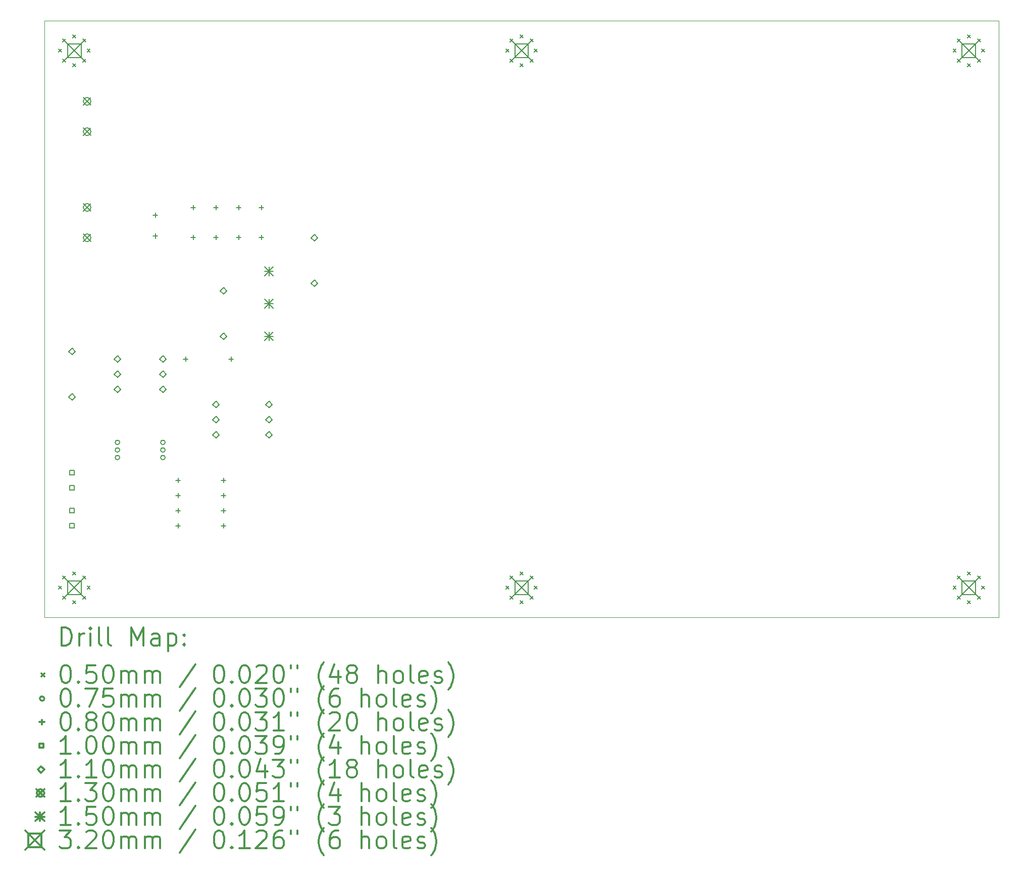
<source format=gbr>
%FSLAX45Y45*%
G04 Gerber Fmt 4.5, Leading zero omitted, Abs format (unit mm)*
G04 Created by KiCad (PCBNEW (5.1.2)-1) date 2020-04-13 00:25:02*
%MOMM*%
%LPD*%
G04 APERTURE LIST*
%ADD10C,0.050000*%
%ADD11C,0.200000*%
%ADD12C,0.300000*%
G04 APERTURE END LIST*
D10*
X5000000Y-5000000D02*
X21000000Y-5000000D01*
X21000000Y-5000000D02*
X21000000Y-15000000D01*
X5000000Y-15000000D02*
X21000000Y-15000000D01*
X5000000Y-5000000D02*
X5000000Y-15000000D01*
D11*
X20235000Y-14475000D02*
X20285000Y-14525000D01*
X20285000Y-14475000D02*
X20235000Y-14525000D01*
X20305294Y-14305294D02*
X20355294Y-14355294D01*
X20355294Y-14305294D02*
X20305294Y-14355294D01*
X20305294Y-14644706D02*
X20355294Y-14694706D01*
X20355294Y-14644706D02*
X20305294Y-14694706D01*
X20475000Y-14235000D02*
X20525000Y-14285000D01*
X20525000Y-14235000D02*
X20475000Y-14285000D01*
X20475000Y-14715000D02*
X20525000Y-14765000D01*
X20525000Y-14715000D02*
X20475000Y-14765000D01*
X20644706Y-14305294D02*
X20694706Y-14355294D01*
X20694706Y-14305294D02*
X20644706Y-14355294D01*
X20644706Y-14644706D02*
X20694706Y-14694706D01*
X20694706Y-14644706D02*
X20644706Y-14694706D01*
X20715000Y-14475000D02*
X20765000Y-14525000D01*
X20765000Y-14475000D02*
X20715000Y-14525000D01*
X12735000Y-14475000D02*
X12785000Y-14525000D01*
X12785000Y-14475000D02*
X12735000Y-14525000D01*
X12805294Y-14305294D02*
X12855294Y-14355294D01*
X12855294Y-14305294D02*
X12805294Y-14355294D01*
X12805294Y-14644706D02*
X12855294Y-14694706D01*
X12855294Y-14644706D02*
X12805294Y-14694706D01*
X12975000Y-14235000D02*
X13025000Y-14285000D01*
X13025000Y-14235000D02*
X12975000Y-14285000D01*
X12975000Y-14715000D02*
X13025000Y-14765000D01*
X13025000Y-14715000D02*
X12975000Y-14765000D01*
X13144706Y-14305294D02*
X13194706Y-14355294D01*
X13194706Y-14305294D02*
X13144706Y-14355294D01*
X13144706Y-14644706D02*
X13194706Y-14694706D01*
X13194706Y-14644706D02*
X13144706Y-14694706D01*
X13215000Y-14475000D02*
X13265000Y-14525000D01*
X13265000Y-14475000D02*
X13215000Y-14525000D01*
X12735000Y-5475000D02*
X12785000Y-5525000D01*
X12785000Y-5475000D02*
X12735000Y-5525000D01*
X12805294Y-5305294D02*
X12855294Y-5355294D01*
X12855294Y-5305294D02*
X12805294Y-5355294D01*
X12805294Y-5644706D02*
X12855294Y-5694706D01*
X12855294Y-5644706D02*
X12805294Y-5694706D01*
X12975000Y-5235000D02*
X13025000Y-5285000D01*
X13025000Y-5235000D02*
X12975000Y-5285000D01*
X12975000Y-5715000D02*
X13025000Y-5765000D01*
X13025000Y-5715000D02*
X12975000Y-5765000D01*
X13144706Y-5305294D02*
X13194706Y-5355294D01*
X13194706Y-5305294D02*
X13144706Y-5355294D01*
X13144706Y-5644706D02*
X13194706Y-5694706D01*
X13194706Y-5644706D02*
X13144706Y-5694706D01*
X13215000Y-5475000D02*
X13265000Y-5525000D01*
X13265000Y-5475000D02*
X13215000Y-5525000D01*
X20235000Y-5475000D02*
X20285000Y-5525000D01*
X20285000Y-5475000D02*
X20235000Y-5525000D01*
X20305294Y-5305294D02*
X20355294Y-5355294D01*
X20355294Y-5305294D02*
X20305294Y-5355294D01*
X20305294Y-5644706D02*
X20355294Y-5694706D01*
X20355294Y-5644706D02*
X20305294Y-5694706D01*
X20475000Y-5235000D02*
X20525000Y-5285000D01*
X20525000Y-5235000D02*
X20475000Y-5285000D01*
X20475000Y-5715000D02*
X20525000Y-5765000D01*
X20525000Y-5715000D02*
X20475000Y-5765000D01*
X20644706Y-5305294D02*
X20694706Y-5355294D01*
X20694706Y-5305294D02*
X20644706Y-5355294D01*
X20644706Y-5644706D02*
X20694706Y-5694706D01*
X20694706Y-5644706D02*
X20644706Y-5694706D01*
X20715000Y-5475000D02*
X20765000Y-5525000D01*
X20765000Y-5475000D02*
X20715000Y-5525000D01*
X5235000Y-14475000D02*
X5285000Y-14525000D01*
X5285000Y-14475000D02*
X5235000Y-14525000D01*
X5305294Y-14305294D02*
X5355294Y-14355294D01*
X5355294Y-14305294D02*
X5305294Y-14355294D01*
X5305294Y-14644706D02*
X5355294Y-14694706D01*
X5355294Y-14644706D02*
X5305294Y-14694706D01*
X5475000Y-14235000D02*
X5525000Y-14285000D01*
X5525000Y-14235000D02*
X5475000Y-14285000D01*
X5475000Y-14715000D02*
X5525000Y-14765000D01*
X5525000Y-14715000D02*
X5475000Y-14765000D01*
X5644706Y-14305294D02*
X5694706Y-14355294D01*
X5694706Y-14305294D02*
X5644706Y-14355294D01*
X5644706Y-14644706D02*
X5694706Y-14694706D01*
X5694706Y-14644706D02*
X5644706Y-14694706D01*
X5715000Y-14475000D02*
X5765000Y-14525000D01*
X5765000Y-14475000D02*
X5715000Y-14525000D01*
X5235000Y-5475000D02*
X5285000Y-5525000D01*
X5285000Y-5475000D02*
X5235000Y-5525000D01*
X5305294Y-5305294D02*
X5355294Y-5355294D01*
X5355294Y-5305294D02*
X5305294Y-5355294D01*
X5305294Y-5644706D02*
X5355294Y-5694706D01*
X5355294Y-5644706D02*
X5305294Y-5694706D01*
X5475000Y-5235000D02*
X5525000Y-5285000D01*
X5525000Y-5235000D02*
X5475000Y-5285000D01*
X5475000Y-5715000D02*
X5525000Y-5765000D01*
X5525000Y-5715000D02*
X5475000Y-5765000D01*
X5644706Y-5305294D02*
X5694706Y-5355294D01*
X5694706Y-5305294D02*
X5644706Y-5355294D01*
X5644706Y-5644706D02*
X5694706Y-5694706D01*
X5694706Y-5644706D02*
X5644706Y-5694706D01*
X5715000Y-5475000D02*
X5765000Y-5525000D01*
X5765000Y-5475000D02*
X5715000Y-5525000D01*
X6260500Y-12065000D02*
G75*
G03X6260500Y-12065000I-37500J0D01*
G01*
X6260500Y-12192000D02*
G75*
G03X6260500Y-12192000I-37500J0D01*
G01*
X6260500Y-12319000D02*
G75*
G03X6260500Y-12319000I-37500J0D01*
G01*
X7022500Y-12065000D02*
G75*
G03X7022500Y-12065000I-37500J0D01*
G01*
X7022500Y-12192000D02*
G75*
G03X7022500Y-12192000I-37500J0D01*
G01*
X7022500Y-12319000D02*
G75*
G03X7022500Y-12319000I-37500J0D01*
G01*
X8255000Y-8088000D02*
X8255000Y-8168000D01*
X8215000Y-8128000D02*
X8295000Y-8128000D01*
X8255000Y-8588000D02*
X8255000Y-8668000D01*
X8215000Y-8628000D02*
X8295000Y-8628000D01*
X7366000Y-10628000D02*
X7366000Y-10708000D01*
X7326000Y-10668000D02*
X7406000Y-10668000D01*
X8128000Y-10628000D02*
X8128000Y-10708000D01*
X8088000Y-10668000D02*
X8168000Y-10668000D01*
X8636000Y-8088000D02*
X8636000Y-8168000D01*
X8596000Y-8128000D02*
X8676000Y-8128000D01*
X8636000Y-8588000D02*
X8636000Y-8668000D01*
X8596000Y-8628000D02*
X8676000Y-8628000D01*
X7874000Y-8088000D02*
X7874000Y-8168000D01*
X7834000Y-8128000D02*
X7914000Y-8128000D01*
X7874000Y-8588000D02*
X7874000Y-8668000D01*
X7834000Y-8628000D02*
X7914000Y-8628000D01*
X7239000Y-12660000D02*
X7239000Y-12740000D01*
X7199000Y-12700000D02*
X7279000Y-12700000D01*
X7239000Y-12914000D02*
X7239000Y-12994000D01*
X7199000Y-12954000D02*
X7279000Y-12954000D01*
X7239000Y-13168000D02*
X7239000Y-13248000D01*
X7199000Y-13208000D02*
X7279000Y-13208000D01*
X7239000Y-13422000D02*
X7239000Y-13502000D01*
X7199000Y-13462000D02*
X7279000Y-13462000D01*
X8001000Y-12660000D02*
X8001000Y-12740000D01*
X7961000Y-12700000D02*
X8041000Y-12700000D01*
X8001000Y-12914000D02*
X8001000Y-12994000D01*
X7961000Y-12954000D02*
X8041000Y-12954000D01*
X8001000Y-13168000D02*
X8001000Y-13248000D01*
X7961000Y-13208000D02*
X8041000Y-13208000D01*
X8001000Y-13422000D02*
X8001000Y-13502000D01*
X7961000Y-13462000D02*
X8041000Y-13462000D01*
X6858000Y-8215000D02*
X6858000Y-8295000D01*
X6818000Y-8255000D02*
X6898000Y-8255000D01*
X6858000Y-8565000D02*
X6858000Y-8645000D01*
X6818000Y-8605000D02*
X6898000Y-8605000D01*
X7493000Y-8088000D02*
X7493000Y-8168000D01*
X7453000Y-8128000D02*
X7533000Y-8128000D01*
X7493000Y-8588000D02*
X7493000Y-8668000D01*
X7453000Y-8628000D02*
X7533000Y-8628000D01*
X5496356Y-13243356D02*
X5496356Y-13172644D01*
X5425644Y-13172644D01*
X5425644Y-13243356D01*
X5496356Y-13243356D01*
X5496356Y-13497356D02*
X5496356Y-13426644D01*
X5425644Y-13426644D01*
X5425644Y-13497356D01*
X5496356Y-13497356D01*
X5496356Y-12608356D02*
X5496356Y-12537644D01*
X5425644Y-12537644D01*
X5425644Y-12608356D01*
X5496356Y-12608356D01*
X5496356Y-12862356D02*
X5496356Y-12791644D01*
X5425644Y-12791644D01*
X5425644Y-12862356D01*
X5496356Y-12862356D01*
X9525000Y-8691000D02*
X9580000Y-8636000D01*
X9525000Y-8581000D01*
X9470000Y-8636000D01*
X9525000Y-8691000D01*
X9525000Y-9453000D02*
X9580000Y-9398000D01*
X9525000Y-9343000D01*
X9470000Y-9398000D01*
X9525000Y-9453000D01*
X8001000Y-9580000D02*
X8056000Y-9525000D01*
X8001000Y-9470000D01*
X7946000Y-9525000D01*
X8001000Y-9580000D01*
X8001000Y-10342000D02*
X8056000Y-10287000D01*
X8001000Y-10232000D01*
X7946000Y-10287000D01*
X8001000Y-10342000D01*
X6223000Y-10723000D02*
X6278000Y-10668000D01*
X6223000Y-10613000D01*
X6168000Y-10668000D01*
X6223000Y-10723000D01*
X6223000Y-10977000D02*
X6278000Y-10922000D01*
X6223000Y-10867000D01*
X6168000Y-10922000D01*
X6223000Y-10977000D01*
X6223000Y-11231000D02*
X6278000Y-11176000D01*
X6223000Y-11121000D01*
X6168000Y-11176000D01*
X6223000Y-11231000D01*
X5461000Y-10596000D02*
X5516000Y-10541000D01*
X5461000Y-10486000D01*
X5406000Y-10541000D01*
X5461000Y-10596000D01*
X5461000Y-11358000D02*
X5516000Y-11303000D01*
X5461000Y-11248000D01*
X5406000Y-11303000D01*
X5461000Y-11358000D01*
X6985000Y-10723000D02*
X7040000Y-10668000D01*
X6985000Y-10613000D01*
X6930000Y-10668000D01*
X6985000Y-10723000D01*
X6985000Y-10977000D02*
X7040000Y-10922000D01*
X6985000Y-10867000D01*
X6930000Y-10922000D01*
X6985000Y-10977000D01*
X6985000Y-11231000D02*
X7040000Y-11176000D01*
X6985000Y-11121000D01*
X6930000Y-11176000D01*
X6985000Y-11231000D01*
X8763000Y-11485000D02*
X8818000Y-11430000D01*
X8763000Y-11375000D01*
X8708000Y-11430000D01*
X8763000Y-11485000D01*
X8763000Y-11739000D02*
X8818000Y-11684000D01*
X8763000Y-11629000D01*
X8708000Y-11684000D01*
X8763000Y-11739000D01*
X8763000Y-11993000D02*
X8818000Y-11938000D01*
X8763000Y-11883000D01*
X8708000Y-11938000D01*
X8763000Y-11993000D01*
X7874000Y-11485000D02*
X7929000Y-11430000D01*
X7874000Y-11375000D01*
X7819000Y-11430000D01*
X7874000Y-11485000D01*
X7874000Y-11739000D02*
X7929000Y-11684000D01*
X7874000Y-11629000D01*
X7819000Y-11684000D01*
X7874000Y-11739000D01*
X7874000Y-11993000D02*
X7929000Y-11938000D01*
X7874000Y-11883000D01*
X7819000Y-11938000D01*
X7874000Y-11993000D01*
X5650000Y-8063000D02*
X5780000Y-8193000D01*
X5780000Y-8063000D02*
X5650000Y-8193000D01*
X5780000Y-8128000D02*
G75*
G03X5780000Y-8128000I-65000J0D01*
G01*
X5650000Y-8571000D02*
X5780000Y-8701000D01*
X5780000Y-8571000D02*
X5650000Y-8701000D01*
X5780000Y-8636000D02*
G75*
G03X5780000Y-8636000I-65000J0D01*
G01*
X5650000Y-6285000D02*
X5780000Y-6415000D01*
X5780000Y-6285000D02*
X5650000Y-6415000D01*
X5780000Y-6350000D02*
G75*
G03X5780000Y-6350000I-65000J0D01*
G01*
X5650000Y-6793000D02*
X5780000Y-6923000D01*
X5780000Y-6793000D02*
X5650000Y-6923000D01*
X5780000Y-6858000D02*
G75*
G03X5780000Y-6858000I-65000J0D01*
G01*
X8688000Y-9122000D02*
X8838000Y-9272000D01*
X8838000Y-9122000D02*
X8688000Y-9272000D01*
X8763000Y-9122000D02*
X8763000Y-9272000D01*
X8688000Y-9197000D02*
X8838000Y-9197000D01*
X8688000Y-9667000D02*
X8838000Y-9817000D01*
X8838000Y-9667000D02*
X8688000Y-9817000D01*
X8763000Y-9667000D02*
X8763000Y-9817000D01*
X8688000Y-9742000D02*
X8838000Y-9742000D01*
X8688000Y-10212000D02*
X8838000Y-10362000D01*
X8838000Y-10212000D02*
X8688000Y-10362000D01*
X8763000Y-10212000D02*
X8763000Y-10362000D01*
X8688000Y-10287000D02*
X8838000Y-10287000D01*
X12840000Y-5340000D02*
X13160000Y-5660000D01*
X13160000Y-5340000D02*
X12840000Y-5660000D01*
X13113138Y-5613138D02*
X13113138Y-5386862D01*
X12886862Y-5386862D01*
X12886862Y-5613138D01*
X13113138Y-5613138D01*
X20340000Y-5340000D02*
X20660000Y-5660000D01*
X20660000Y-5340000D02*
X20340000Y-5660000D01*
X20613138Y-5613138D02*
X20613138Y-5386862D01*
X20386862Y-5386862D01*
X20386862Y-5613138D01*
X20613138Y-5613138D01*
X5340000Y-14340000D02*
X5660000Y-14660000D01*
X5660000Y-14340000D02*
X5340000Y-14660000D01*
X5613138Y-14613138D02*
X5613138Y-14386862D01*
X5386862Y-14386862D01*
X5386862Y-14613138D01*
X5613138Y-14613138D01*
X5340000Y-5340000D02*
X5660000Y-5660000D01*
X5660000Y-5340000D02*
X5340000Y-5660000D01*
X5613138Y-5613138D02*
X5613138Y-5386862D01*
X5386862Y-5386862D01*
X5386862Y-5613138D01*
X5613138Y-5613138D01*
X20340000Y-14340000D02*
X20660000Y-14660000D01*
X20660000Y-14340000D02*
X20340000Y-14660000D01*
X20613138Y-14613138D02*
X20613138Y-14386862D01*
X20386862Y-14386862D01*
X20386862Y-14613138D01*
X20613138Y-14613138D01*
X12840000Y-14340000D02*
X13160000Y-14660000D01*
X13160000Y-14340000D02*
X12840000Y-14660000D01*
X13113138Y-14613138D02*
X13113138Y-14386862D01*
X12886862Y-14386862D01*
X12886862Y-14613138D01*
X13113138Y-14613138D01*
D12*
X5283928Y-15468214D02*
X5283928Y-15168214D01*
X5355357Y-15168214D01*
X5398214Y-15182500D01*
X5426786Y-15211071D01*
X5441071Y-15239643D01*
X5455357Y-15296786D01*
X5455357Y-15339643D01*
X5441071Y-15396786D01*
X5426786Y-15425357D01*
X5398214Y-15453929D01*
X5355357Y-15468214D01*
X5283928Y-15468214D01*
X5583928Y-15468214D02*
X5583928Y-15268214D01*
X5583928Y-15325357D02*
X5598214Y-15296786D01*
X5612500Y-15282500D01*
X5641071Y-15268214D01*
X5669643Y-15268214D01*
X5769643Y-15468214D02*
X5769643Y-15268214D01*
X5769643Y-15168214D02*
X5755357Y-15182500D01*
X5769643Y-15196786D01*
X5783928Y-15182500D01*
X5769643Y-15168214D01*
X5769643Y-15196786D01*
X5955357Y-15468214D02*
X5926786Y-15453929D01*
X5912500Y-15425357D01*
X5912500Y-15168214D01*
X6112500Y-15468214D02*
X6083928Y-15453929D01*
X6069643Y-15425357D01*
X6069643Y-15168214D01*
X6455357Y-15468214D02*
X6455357Y-15168214D01*
X6555357Y-15382500D01*
X6655357Y-15168214D01*
X6655357Y-15468214D01*
X6926786Y-15468214D02*
X6926786Y-15311071D01*
X6912500Y-15282500D01*
X6883928Y-15268214D01*
X6826786Y-15268214D01*
X6798214Y-15282500D01*
X6926786Y-15453929D02*
X6898214Y-15468214D01*
X6826786Y-15468214D01*
X6798214Y-15453929D01*
X6783928Y-15425357D01*
X6783928Y-15396786D01*
X6798214Y-15368214D01*
X6826786Y-15353929D01*
X6898214Y-15353929D01*
X6926786Y-15339643D01*
X7069643Y-15268214D02*
X7069643Y-15568214D01*
X7069643Y-15282500D02*
X7098214Y-15268214D01*
X7155357Y-15268214D01*
X7183928Y-15282500D01*
X7198214Y-15296786D01*
X7212500Y-15325357D01*
X7212500Y-15411071D01*
X7198214Y-15439643D01*
X7183928Y-15453929D01*
X7155357Y-15468214D01*
X7098214Y-15468214D01*
X7069643Y-15453929D01*
X7341071Y-15439643D02*
X7355357Y-15453929D01*
X7341071Y-15468214D01*
X7326786Y-15453929D01*
X7341071Y-15439643D01*
X7341071Y-15468214D01*
X7341071Y-15282500D02*
X7355357Y-15296786D01*
X7341071Y-15311071D01*
X7326786Y-15296786D01*
X7341071Y-15282500D01*
X7341071Y-15311071D01*
X4947500Y-15937500D02*
X4997500Y-15987500D01*
X4997500Y-15937500D02*
X4947500Y-15987500D01*
X5341071Y-15798214D02*
X5369643Y-15798214D01*
X5398214Y-15812500D01*
X5412500Y-15826786D01*
X5426786Y-15855357D01*
X5441071Y-15912500D01*
X5441071Y-15983929D01*
X5426786Y-16041071D01*
X5412500Y-16069643D01*
X5398214Y-16083929D01*
X5369643Y-16098214D01*
X5341071Y-16098214D01*
X5312500Y-16083929D01*
X5298214Y-16069643D01*
X5283928Y-16041071D01*
X5269643Y-15983929D01*
X5269643Y-15912500D01*
X5283928Y-15855357D01*
X5298214Y-15826786D01*
X5312500Y-15812500D01*
X5341071Y-15798214D01*
X5569643Y-16069643D02*
X5583928Y-16083929D01*
X5569643Y-16098214D01*
X5555357Y-16083929D01*
X5569643Y-16069643D01*
X5569643Y-16098214D01*
X5855357Y-15798214D02*
X5712500Y-15798214D01*
X5698214Y-15941071D01*
X5712500Y-15926786D01*
X5741071Y-15912500D01*
X5812500Y-15912500D01*
X5841071Y-15926786D01*
X5855357Y-15941071D01*
X5869643Y-15969643D01*
X5869643Y-16041071D01*
X5855357Y-16069643D01*
X5841071Y-16083929D01*
X5812500Y-16098214D01*
X5741071Y-16098214D01*
X5712500Y-16083929D01*
X5698214Y-16069643D01*
X6055357Y-15798214D02*
X6083928Y-15798214D01*
X6112500Y-15812500D01*
X6126786Y-15826786D01*
X6141071Y-15855357D01*
X6155357Y-15912500D01*
X6155357Y-15983929D01*
X6141071Y-16041071D01*
X6126786Y-16069643D01*
X6112500Y-16083929D01*
X6083928Y-16098214D01*
X6055357Y-16098214D01*
X6026786Y-16083929D01*
X6012500Y-16069643D01*
X5998214Y-16041071D01*
X5983928Y-15983929D01*
X5983928Y-15912500D01*
X5998214Y-15855357D01*
X6012500Y-15826786D01*
X6026786Y-15812500D01*
X6055357Y-15798214D01*
X6283928Y-16098214D02*
X6283928Y-15898214D01*
X6283928Y-15926786D02*
X6298214Y-15912500D01*
X6326786Y-15898214D01*
X6369643Y-15898214D01*
X6398214Y-15912500D01*
X6412500Y-15941071D01*
X6412500Y-16098214D01*
X6412500Y-15941071D02*
X6426786Y-15912500D01*
X6455357Y-15898214D01*
X6498214Y-15898214D01*
X6526786Y-15912500D01*
X6541071Y-15941071D01*
X6541071Y-16098214D01*
X6683928Y-16098214D02*
X6683928Y-15898214D01*
X6683928Y-15926786D02*
X6698214Y-15912500D01*
X6726786Y-15898214D01*
X6769643Y-15898214D01*
X6798214Y-15912500D01*
X6812500Y-15941071D01*
X6812500Y-16098214D01*
X6812500Y-15941071D02*
X6826786Y-15912500D01*
X6855357Y-15898214D01*
X6898214Y-15898214D01*
X6926786Y-15912500D01*
X6941071Y-15941071D01*
X6941071Y-16098214D01*
X7526786Y-15783929D02*
X7269643Y-16169643D01*
X7912500Y-15798214D02*
X7941071Y-15798214D01*
X7969643Y-15812500D01*
X7983928Y-15826786D01*
X7998214Y-15855357D01*
X8012500Y-15912500D01*
X8012500Y-15983929D01*
X7998214Y-16041071D01*
X7983928Y-16069643D01*
X7969643Y-16083929D01*
X7941071Y-16098214D01*
X7912500Y-16098214D01*
X7883928Y-16083929D01*
X7869643Y-16069643D01*
X7855357Y-16041071D01*
X7841071Y-15983929D01*
X7841071Y-15912500D01*
X7855357Y-15855357D01*
X7869643Y-15826786D01*
X7883928Y-15812500D01*
X7912500Y-15798214D01*
X8141071Y-16069643D02*
X8155357Y-16083929D01*
X8141071Y-16098214D01*
X8126786Y-16083929D01*
X8141071Y-16069643D01*
X8141071Y-16098214D01*
X8341071Y-15798214D02*
X8369643Y-15798214D01*
X8398214Y-15812500D01*
X8412500Y-15826786D01*
X8426786Y-15855357D01*
X8441071Y-15912500D01*
X8441071Y-15983929D01*
X8426786Y-16041071D01*
X8412500Y-16069643D01*
X8398214Y-16083929D01*
X8369643Y-16098214D01*
X8341071Y-16098214D01*
X8312500Y-16083929D01*
X8298214Y-16069643D01*
X8283928Y-16041071D01*
X8269643Y-15983929D01*
X8269643Y-15912500D01*
X8283928Y-15855357D01*
X8298214Y-15826786D01*
X8312500Y-15812500D01*
X8341071Y-15798214D01*
X8555357Y-15826786D02*
X8569643Y-15812500D01*
X8598214Y-15798214D01*
X8669643Y-15798214D01*
X8698214Y-15812500D01*
X8712500Y-15826786D01*
X8726786Y-15855357D01*
X8726786Y-15883929D01*
X8712500Y-15926786D01*
X8541071Y-16098214D01*
X8726786Y-16098214D01*
X8912500Y-15798214D02*
X8941071Y-15798214D01*
X8969643Y-15812500D01*
X8983928Y-15826786D01*
X8998214Y-15855357D01*
X9012500Y-15912500D01*
X9012500Y-15983929D01*
X8998214Y-16041071D01*
X8983928Y-16069643D01*
X8969643Y-16083929D01*
X8941071Y-16098214D01*
X8912500Y-16098214D01*
X8883928Y-16083929D01*
X8869643Y-16069643D01*
X8855357Y-16041071D01*
X8841071Y-15983929D01*
X8841071Y-15912500D01*
X8855357Y-15855357D01*
X8869643Y-15826786D01*
X8883928Y-15812500D01*
X8912500Y-15798214D01*
X9126786Y-15798214D02*
X9126786Y-15855357D01*
X9241071Y-15798214D02*
X9241071Y-15855357D01*
X9683928Y-16212500D02*
X9669643Y-16198214D01*
X9641071Y-16155357D01*
X9626786Y-16126786D01*
X9612500Y-16083929D01*
X9598214Y-16012500D01*
X9598214Y-15955357D01*
X9612500Y-15883929D01*
X9626786Y-15841071D01*
X9641071Y-15812500D01*
X9669643Y-15769643D01*
X9683928Y-15755357D01*
X9926786Y-15898214D02*
X9926786Y-16098214D01*
X9855357Y-15783929D02*
X9783928Y-15998214D01*
X9969643Y-15998214D01*
X10126786Y-15926786D02*
X10098214Y-15912500D01*
X10083928Y-15898214D01*
X10069643Y-15869643D01*
X10069643Y-15855357D01*
X10083928Y-15826786D01*
X10098214Y-15812500D01*
X10126786Y-15798214D01*
X10183928Y-15798214D01*
X10212500Y-15812500D01*
X10226786Y-15826786D01*
X10241071Y-15855357D01*
X10241071Y-15869643D01*
X10226786Y-15898214D01*
X10212500Y-15912500D01*
X10183928Y-15926786D01*
X10126786Y-15926786D01*
X10098214Y-15941071D01*
X10083928Y-15955357D01*
X10069643Y-15983929D01*
X10069643Y-16041071D01*
X10083928Y-16069643D01*
X10098214Y-16083929D01*
X10126786Y-16098214D01*
X10183928Y-16098214D01*
X10212500Y-16083929D01*
X10226786Y-16069643D01*
X10241071Y-16041071D01*
X10241071Y-15983929D01*
X10226786Y-15955357D01*
X10212500Y-15941071D01*
X10183928Y-15926786D01*
X10598214Y-16098214D02*
X10598214Y-15798214D01*
X10726786Y-16098214D02*
X10726786Y-15941071D01*
X10712500Y-15912500D01*
X10683928Y-15898214D01*
X10641071Y-15898214D01*
X10612500Y-15912500D01*
X10598214Y-15926786D01*
X10912500Y-16098214D02*
X10883928Y-16083929D01*
X10869643Y-16069643D01*
X10855357Y-16041071D01*
X10855357Y-15955357D01*
X10869643Y-15926786D01*
X10883928Y-15912500D01*
X10912500Y-15898214D01*
X10955357Y-15898214D01*
X10983928Y-15912500D01*
X10998214Y-15926786D01*
X11012500Y-15955357D01*
X11012500Y-16041071D01*
X10998214Y-16069643D01*
X10983928Y-16083929D01*
X10955357Y-16098214D01*
X10912500Y-16098214D01*
X11183928Y-16098214D02*
X11155357Y-16083929D01*
X11141071Y-16055357D01*
X11141071Y-15798214D01*
X11412500Y-16083929D02*
X11383928Y-16098214D01*
X11326786Y-16098214D01*
X11298214Y-16083929D01*
X11283928Y-16055357D01*
X11283928Y-15941071D01*
X11298214Y-15912500D01*
X11326786Y-15898214D01*
X11383928Y-15898214D01*
X11412500Y-15912500D01*
X11426786Y-15941071D01*
X11426786Y-15969643D01*
X11283928Y-15998214D01*
X11541071Y-16083929D02*
X11569643Y-16098214D01*
X11626786Y-16098214D01*
X11655357Y-16083929D01*
X11669643Y-16055357D01*
X11669643Y-16041071D01*
X11655357Y-16012500D01*
X11626786Y-15998214D01*
X11583928Y-15998214D01*
X11555357Y-15983929D01*
X11541071Y-15955357D01*
X11541071Y-15941071D01*
X11555357Y-15912500D01*
X11583928Y-15898214D01*
X11626786Y-15898214D01*
X11655357Y-15912500D01*
X11769643Y-16212500D02*
X11783928Y-16198214D01*
X11812500Y-16155357D01*
X11826786Y-16126786D01*
X11841071Y-16083929D01*
X11855357Y-16012500D01*
X11855357Y-15955357D01*
X11841071Y-15883929D01*
X11826786Y-15841071D01*
X11812500Y-15812500D01*
X11783928Y-15769643D01*
X11769643Y-15755357D01*
X4997500Y-16358500D02*
G75*
G03X4997500Y-16358500I-37500J0D01*
G01*
X5341071Y-16194214D02*
X5369643Y-16194214D01*
X5398214Y-16208500D01*
X5412500Y-16222786D01*
X5426786Y-16251357D01*
X5441071Y-16308500D01*
X5441071Y-16379929D01*
X5426786Y-16437071D01*
X5412500Y-16465643D01*
X5398214Y-16479929D01*
X5369643Y-16494214D01*
X5341071Y-16494214D01*
X5312500Y-16479929D01*
X5298214Y-16465643D01*
X5283928Y-16437071D01*
X5269643Y-16379929D01*
X5269643Y-16308500D01*
X5283928Y-16251357D01*
X5298214Y-16222786D01*
X5312500Y-16208500D01*
X5341071Y-16194214D01*
X5569643Y-16465643D02*
X5583928Y-16479929D01*
X5569643Y-16494214D01*
X5555357Y-16479929D01*
X5569643Y-16465643D01*
X5569643Y-16494214D01*
X5683928Y-16194214D02*
X5883928Y-16194214D01*
X5755357Y-16494214D01*
X6141071Y-16194214D02*
X5998214Y-16194214D01*
X5983928Y-16337071D01*
X5998214Y-16322786D01*
X6026786Y-16308500D01*
X6098214Y-16308500D01*
X6126786Y-16322786D01*
X6141071Y-16337071D01*
X6155357Y-16365643D01*
X6155357Y-16437071D01*
X6141071Y-16465643D01*
X6126786Y-16479929D01*
X6098214Y-16494214D01*
X6026786Y-16494214D01*
X5998214Y-16479929D01*
X5983928Y-16465643D01*
X6283928Y-16494214D02*
X6283928Y-16294214D01*
X6283928Y-16322786D02*
X6298214Y-16308500D01*
X6326786Y-16294214D01*
X6369643Y-16294214D01*
X6398214Y-16308500D01*
X6412500Y-16337071D01*
X6412500Y-16494214D01*
X6412500Y-16337071D02*
X6426786Y-16308500D01*
X6455357Y-16294214D01*
X6498214Y-16294214D01*
X6526786Y-16308500D01*
X6541071Y-16337071D01*
X6541071Y-16494214D01*
X6683928Y-16494214D02*
X6683928Y-16294214D01*
X6683928Y-16322786D02*
X6698214Y-16308500D01*
X6726786Y-16294214D01*
X6769643Y-16294214D01*
X6798214Y-16308500D01*
X6812500Y-16337071D01*
X6812500Y-16494214D01*
X6812500Y-16337071D02*
X6826786Y-16308500D01*
X6855357Y-16294214D01*
X6898214Y-16294214D01*
X6926786Y-16308500D01*
X6941071Y-16337071D01*
X6941071Y-16494214D01*
X7526786Y-16179929D02*
X7269643Y-16565643D01*
X7912500Y-16194214D02*
X7941071Y-16194214D01*
X7969643Y-16208500D01*
X7983928Y-16222786D01*
X7998214Y-16251357D01*
X8012500Y-16308500D01*
X8012500Y-16379929D01*
X7998214Y-16437071D01*
X7983928Y-16465643D01*
X7969643Y-16479929D01*
X7941071Y-16494214D01*
X7912500Y-16494214D01*
X7883928Y-16479929D01*
X7869643Y-16465643D01*
X7855357Y-16437071D01*
X7841071Y-16379929D01*
X7841071Y-16308500D01*
X7855357Y-16251357D01*
X7869643Y-16222786D01*
X7883928Y-16208500D01*
X7912500Y-16194214D01*
X8141071Y-16465643D02*
X8155357Y-16479929D01*
X8141071Y-16494214D01*
X8126786Y-16479929D01*
X8141071Y-16465643D01*
X8141071Y-16494214D01*
X8341071Y-16194214D02*
X8369643Y-16194214D01*
X8398214Y-16208500D01*
X8412500Y-16222786D01*
X8426786Y-16251357D01*
X8441071Y-16308500D01*
X8441071Y-16379929D01*
X8426786Y-16437071D01*
X8412500Y-16465643D01*
X8398214Y-16479929D01*
X8369643Y-16494214D01*
X8341071Y-16494214D01*
X8312500Y-16479929D01*
X8298214Y-16465643D01*
X8283928Y-16437071D01*
X8269643Y-16379929D01*
X8269643Y-16308500D01*
X8283928Y-16251357D01*
X8298214Y-16222786D01*
X8312500Y-16208500D01*
X8341071Y-16194214D01*
X8541071Y-16194214D02*
X8726786Y-16194214D01*
X8626786Y-16308500D01*
X8669643Y-16308500D01*
X8698214Y-16322786D01*
X8712500Y-16337071D01*
X8726786Y-16365643D01*
X8726786Y-16437071D01*
X8712500Y-16465643D01*
X8698214Y-16479929D01*
X8669643Y-16494214D01*
X8583928Y-16494214D01*
X8555357Y-16479929D01*
X8541071Y-16465643D01*
X8912500Y-16194214D02*
X8941071Y-16194214D01*
X8969643Y-16208500D01*
X8983928Y-16222786D01*
X8998214Y-16251357D01*
X9012500Y-16308500D01*
X9012500Y-16379929D01*
X8998214Y-16437071D01*
X8983928Y-16465643D01*
X8969643Y-16479929D01*
X8941071Y-16494214D01*
X8912500Y-16494214D01*
X8883928Y-16479929D01*
X8869643Y-16465643D01*
X8855357Y-16437071D01*
X8841071Y-16379929D01*
X8841071Y-16308500D01*
X8855357Y-16251357D01*
X8869643Y-16222786D01*
X8883928Y-16208500D01*
X8912500Y-16194214D01*
X9126786Y-16194214D02*
X9126786Y-16251357D01*
X9241071Y-16194214D02*
X9241071Y-16251357D01*
X9683928Y-16608500D02*
X9669643Y-16594214D01*
X9641071Y-16551357D01*
X9626786Y-16522786D01*
X9612500Y-16479929D01*
X9598214Y-16408500D01*
X9598214Y-16351357D01*
X9612500Y-16279929D01*
X9626786Y-16237071D01*
X9641071Y-16208500D01*
X9669643Y-16165643D01*
X9683928Y-16151357D01*
X9926786Y-16194214D02*
X9869643Y-16194214D01*
X9841071Y-16208500D01*
X9826786Y-16222786D01*
X9798214Y-16265643D01*
X9783928Y-16322786D01*
X9783928Y-16437071D01*
X9798214Y-16465643D01*
X9812500Y-16479929D01*
X9841071Y-16494214D01*
X9898214Y-16494214D01*
X9926786Y-16479929D01*
X9941071Y-16465643D01*
X9955357Y-16437071D01*
X9955357Y-16365643D01*
X9941071Y-16337071D01*
X9926786Y-16322786D01*
X9898214Y-16308500D01*
X9841071Y-16308500D01*
X9812500Y-16322786D01*
X9798214Y-16337071D01*
X9783928Y-16365643D01*
X10312500Y-16494214D02*
X10312500Y-16194214D01*
X10441071Y-16494214D02*
X10441071Y-16337071D01*
X10426786Y-16308500D01*
X10398214Y-16294214D01*
X10355357Y-16294214D01*
X10326786Y-16308500D01*
X10312500Y-16322786D01*
X10626786Y-16494214D02*
X10598214Y-16479929D01*
X10583928Y-16465643D01*
X10569643Y-16437071D01*
X10569643Y-16351357D01*
X10583928Y-16322786D01*
X10598214Y-16308500D01*
X10626786Y-16294214D01*
X10669643Y-16294214D01*
X10698214Y-16308500D01*
X10712500Y-16322786D01*
X10726786Y-16351357D01*
X10726786Y-16437071D01*
X10712500Y-16465643D01*
X10698214Y-16479929D01*
X10669643Y-16494214D01*
X10626786Y-16494214D01*
X10898214Y-16494214D02*
X10869643Y-16479929D01*
X10855357Y-16451357D01*
X10855357Y-16194214D01*
X11126786Y-16479929D02*
X11098214Y-16494214D01*
X11041071Y-16494214D01*
X11012500Y-16479929D01*
X10998214Y-16451357D01*
X10998214Y-16337071D01*
X11012500Y-16308500D01*
X11041071Y-16294214D01*
X11098214Y-16294214D01*
X11126786Y-16308500D01*
X11141071Y-16337071D01*
X11141071Y-16365643D01*
X10998214Y-16394214D01*
X11255357Y-16479929D02*
X11283928Y-16494214D01*
X11341071Y-16494214D01*
X11369643Y-16479929D01*
X11383928Y-16451357D01*
X11383928Y-16437071D01*
X11369643Y-16408500D01*
X11341071Y-16394214D01*
X11298214Y-16394214D01*
X11269643Y-16379929D01*
X11255357Y-16351357D01*
X11255357Y-16337071D01*
X11269643Y-16308500D01*
X11298214Y-16294214D01*
X11341071Y-16294214D01*
X11369643Y-16308500D01*
X11483928Y-16608500D02*
X11498214Y-16594214D01*
X11526786Y-16551357D01*
X11541071Y-16522786D01*
X11555357Y-16479929D01*
X11569643Y-16408500D01*
X11569643Y-16351357D01*
X11555357Y-16279929D01*
X11541071Y-16237071D01*
X11526786Y-16208500D01*
X11498214Y-16165643D01*
X11483928Y-16151357D01*
X4957500Y-16714500D02*
X4957500Y-16794500D01*
X4917500Y-16754500D02*
X4997500Y-16754500D01*
X5341071Y-16590214D02*
X5369643Y-16590214D01*
X5398214Y-16604500D01*
X5412500Y-16618786D01*
X5426786Y-16647357D01*
X5441071Y-16704500D01*
X5441071Y-16775929D01*
X5426786Y-16833072D01*
X5412500Y-16861643D01*
X5398214Y-16875929D01*
X5369643Y-16890214D01*
X5341071Y-16890214D01*
X5312500Y-16875929D01*
X5298214Y-16861643D01*
X5283928Y-16833072D01*
X5269643Y-16775929D01*
X5269643Y-16704500D01*
X5283928Y-16647357D01*
X5298214Y-16618786D01*
X5312500Y-16604500D01*
X5341071Y-16590214D01*
X5569643Y-16861643D02*
X5583928Y-16875929D01*
X5569643Y-16890214D01*
X5555357Y-16875929D01*
X5569643Y-16861643D01*
X5569643Y-16890214D01*
X5755357Y-16718786D02*
X5726786Y-16704500D01*
X5712500Y-16690214D01*
X5698214Y-16661643D01*
X5698214Y-16647357D01*
X5712500Y-16618786D01*
X5726786Y-16604500D01*
X5755357Y-16590214D01*
X5812500Y-16590214D01*
X5841071Y-16604500D01*
X5855357Y-16618786D01*
X5869643Y-16647357D01*
X5869643Y-16661643D01*
X5855357Y-16690214D01*
X5841071Y-16704500D01*
X5812500Y-16718786D01*
X5755357Y-16718786D01*
X5726786Y-16733071D01*
X5712500Y-16747357D01*
X5698214Y-16775929D01*
X5698214Y-16833072D01*
X5712500Y-16861643D01*
X5726786Y-16875929D01*
X5755357Y-16890214D01*
X5812500Y-16890214D01*
X5841071Y-16875929D01*
X5855357Y-16861643D01*
X5869643Y-16833072D01*
X5869643Y-16775929D01*
X5855357Y-16747357D01*
X5841071Y-16733071D01*
X5812500Y-16718786D01*
X6055357Y-16590214D02*
X6083928Y-16590214D01*
X6112500Y-16604500D01*
X6126786Y-16618786D01*
X6141071Y-16647357D01*
X6155357Y-16704500D01*
X6155357Y-16775929D01*
X6141071Y-16833072D01*
X6126786Y-16861643D01*
X6112500Y-16875929D01*
X6083928Y-16890214D01*
X6055357Y-16890214D01*
X6026786Y-16875929D01*
X6012500Y-16861643D01*
X5998214Y-16833072D01*
X5983928Y-16775929D01*
X5983928Y-16704500D01*
X5998214Y-16647357D01*
X6012500Y-16618786D01*
X6026786Y-16604500D01*
X6055357Y-16590214D01*
X6283928Y-16890214D02*
X6283928Y-16690214D01*
X6283928Y-16718786D02*
X6298214Y-16704500D01*
X6326786Y-16690214D01*
X6369643Y-16690214D01*
X6398214Y-16704500D01*
X6412500Y-16733071D01*
X6412500Y-16890214D01*
X6412500Y-16733071D02*
X6426786Y-16704500D01*
X6455357Y-16690214D01*
X6498214Y-16690214D01*
X6526786Y-16704500D01*
X6541071Y-16733071D01*
X6541071Y-16890214D01*
X6683928Y-16890214D02*
X6683928Y-16690214D01*
X6683928Y-16718786D02*
X6698214Y-16704500D01*
X6726786Y-16690214D01*
X6769643Y-16690214D01*
X6798214Y-16704500D01*
X6812500Y-16733071D01*
X6812500Y-16890214D01*
X6812500Y-16733071D02*
X6826786Y-16704500D01*
X6855357Y-16690214D01*
X6898214Y-16690214D01*
X6926786Y-16704500D01*
X6941071Y-16733071D01*
X6941071Y-16890214D01*
X7526786Y-16575929D02*
X7269643Y-16961643D01*
X7912500Y-16590214D02*
X7941071Y-16590214D01*
X7969643Y-16604500D01*
X7983928Y-16618786D01*
X7998214Y-16647357D01*
X8012500Y-16704500D01*
X8012500Y-16775929D01*
X7998214Y-16833072D01*
X7983928Y-16861643D01*
X7969643Y-16875929D01*
X7941071Y-16890214D01*
X7912500Y-16890214D01*
X7883928Y-16875929D01*
X7869643Y-16861643D01*
X7855357Y-16833072D01*
X7841071Y-16775929D01*
X7841071Y-16704500D01*
X7855357Y-16647357D01*
X7869643Y-16618786D01*
X7883928Y-16604500D01*
X7912500Y-16590214D01*
X8141071Y-16861643D02*
X8155357Y-16875929D01*
X8141071Y-16890214D01*
X8126786Y-16875929D01*
X8141071Y-16861643D01*
X8141071Y-16890214D01*
X8341071Y-16590214D02*
X8369643Y-16590214D01*
X8398214Y-16604500D01*
X8412500Y-16618786D01*
X8426786Y-16647357D01*
X8441071Y-16704500D01*
X8441071Y-16775929D01*
X8426786Y-16833072D01*
X8412500Y-16861643D01*
X8398214Y-16875929D01*
X8369643Y-16890214D01*
X8341071Y-16890214D01*
X8312500Y-16875929D01*
X8298214Y-16861643D01*
X8283928Y-16833072D01*
X8269643Y-16775929D01*
X8269643Y-16704500D01*
X8283928Y-16647357D01*
X8298214Y-16618786D01*
X8312500Y-16604500D01*
X8341071Y-16590214D01*
X8541071Y-16590214D02*
X8726786Y-16590214D01*
X8626786Y-16704500D01*
X8669643Y-16704500D01*
X8698214Y-16718786D01*
X8712500Y-16733071D01*
X8726786Y-16761643D01*
X8726786Y-16833072D01*
X8712500Y-16861643D01*
X8698214Y-16875929D01*
X8669643Y-16890214D01*
X8583928Y-16890214D01*
X8555357Y-16875929D01*
X8541071Y-16861643D01*
X9012500Y-16890214D02*
X8841071Y-16890214D01*
X8926786Y-16890214D02*
X8926786Y-16590214D01*
X8898214Y-16633071D01*
X8869643Y-16661643D01*
X8841071Y-16675929D01*
X9126786Y-16590214D02*
X9126786Y-16647357D01*
X9241071Y-16590214D02*
X9241071Y-16647357D01*
X9683928Y-17004500D02*
X9669643Y-16990214D01*
X9641071Y-16947357D01*
X9626786Y-16918786D01*
X9612500Y-16875929D01*
X9598214Y-16804500D01*
X9598214Y-16747357D01*
X9612500Y-16675929D01*
X9626786Y-16633071D01*
X9641071Y-16604500D01*
X9669643Y-16561643D01*
X9683928Y-16547357D01*
X9783928Y-16618786D02*
X9798214Y-16604500D01*
X9826786Y-16590214D01*
X9898214Y-16590214D01*
X9926786Y-16604500D01*
X9941071Y-16618786D01*
X9955357Y-16647357D01*
X9955357Y-16675929D01*
X9941071Y-16718786D01*
X9769643Y-16890214D01*
X9955357Y-16890214D01*
X10141071Y-16590214D02*
X10169643Y-16590214D01*
X10198214Y-16604500D01*
X10212500Y-16618786D01*
X10226786Y-16647357D01*
X10241071Y-16704500D01*
X10241071Y-16775929D01*
X10226786Y-16833072D01*
X10212500Y-16861643D01*
X10198214Y-16875929D01*
X10169643Y-16890214D01*
X10141071Y-16890214D01*
X10112500Y-16875929D01*
X10098214Y-16861643D01*
X10083928Y-16833072D01*
X10069643Y-16775929D01*
X10069643Y-16704500D01*
X10083928Y-16647357D01*
X10098214Y-16618786D01*
X10112500Y-16604500D01*
X10141071Y-16590214D01*
X10598214Y-16890214D02*
X10598214Y-16590214D01*
X10726786Y-16890214D02*
X10726786Y-16733071D01*
X10712500Y-16704500D01*
X10683928Y-16690214D01*
X10641071Y-16690214D01*
X10612500Y-16704500D01*
X10598214Y-16718786D01*
X10912500Y-16890214D02*
X10883928Y-16875929D01*
X10869643Y-16861643D01*
X10855357Y-16833072D01*
X10855357Y-16747357D01*
X10869643Y-16718786D01*
X10883928Y-16704500D01*
X10912500Y-16690214D01*
X10955357Y-16690214D01*
X10983928Y-16704500D01*
X10998214Y-16718786D01*
X11012500Y-16747357D01*
X11012500Y-16833072D01*
X10998214Y-16861643D01*
X10983928Y-16875929D01*
X10955357Y-16890214D01*
X10912500Y-16890214D01*
X11183928Y-16890214D02*
X11155357Y-16875929D01*
X11141071Y-16847357D01*
X11141071Y-16590214D01*
X11412500Y-16875929D02*
X11383928Y-16890214D01*
X11326786Y-16890214D01*
X11298214Y-16875929D01*
X11283928Y-16847357D01*
X11283928Y-16733071D01*
X11298214Y-16704500D01*
X11326786Y-16690214D01*
X11383928Y-16690214D01*
X11412500Y-16704500D01*
X11426786Y-16733071D01*
X11426786Y-16761643D01*
X11283928Y-16790214D01*
X11541071Y-16875929D02*
X11569643Y-16890214D01*
X11626786Y-16890214D01*
X11655357Y-16875929D01*
X11669643Y-16847357D01*
X11669643Y-16833072D01*
X11655357Y-16804500D01*
X11626786Y-16790214D01*
X11583928Y-16790214D01*
X11555357Y-16775929D01*
X11541071Y-16747357D01*
X11541071Y-16733071D01*
X11555357Y-16704500D01*
X11583928Y-16690214D01*
X11626786Y-16690214D01*
X11655357Y-16704500D01*
X11769643Y-17004500D02*
X11783928Y-16990214D01*
X11812500Y-16947357D01*
X11826786Y-16918786D01*
X11841071Y-16875929D01*
X11855357Y-16804500D01*
X11855357Y-16747357D01*
X11841071Y-16675929D01*
X11826786Y-16633071D01*
X11812500Y-16604500D01*
X11783928Y-16561643D01*
X11769643Y-16547357D01*
X4982856Y-17185856D02*
X4982856Y-17115144D01*
X4912144Y-17115144D01*
X4912144Y-17185856D01*
X4982856Y-17185856D01*
X5441071Y-17286214D02*
X5269643Y-17286214D01*
X5355357Y-17286214D02*
X5355357Y-16986214D01*
X5326786Y-17029072D01*
X5298214Y-17057643D01*
X5269643Y-17071929D01*
X5569643Y-17257643D02*
X5583928Y-17271929D01*
X5569643Y-17286214D01*
X5555357Y-17271929D01*
X5569643Y-17257643D01*
X5569643Y-17286214D01*
X5769643Y-16986214D02*
X5798214Y-16986214D01*
X5826786Y-17000500D01*
X5841071Y-17014786D01*
X5855357Y-17043357D01*
X5869643Y-17100500D01*
X5869643Y-17171929D01*
X5855357Y-17229072D01*
X5841071Y-17257643D01*
X5826786Y-17271929D01*
X5798214Y-17286214D01*
X5769643Y-17286214D01*
X5741071Y-17271929D01*
X5726786Y-17257643D01*
X5712500Y-17229072D01*
X5698214Y-17171929D01*
X5698214Y-17100500D01*
X5712500Y-17043357D01*
X5726786Y-17014786D01*
X5741071Y-17000500D01*
X5769643Y-16986214D01*
X6055357Y-16986214D02*
X6083928Y-16986214D01*
X6112500Y-17000500D01*
X6126786Y-17014786D01*
X6141071Y-17043357D01*
X6155357Y-17100500D01*
X6155357Y-17171929D01*
X6141071Y-17229072D01*
X6126786Y-17257643D01*
X6112500Y-17271929D01*
X6083928Y-17286214D01*
X6055357Y-17286214D01*
X6026786Y-17271929D01*
X6012500Y-17257643D01*
X5998214Y-17229072D01*
X5983928Y-17171929D01*
X5983928Y-17100500D01*
X5998214Y-17043357D01*
X6012500Y-17014786D01*
X6026786Y-17000500D01*
X6055357Y-16986214D01*
X6283928Y-17286214D02*
X6283928Y-17086214D01*
X6283928Y-17114786D02*
X6298214Y-17100500D01*
X6326786Y-17086214D01*
X6369643Y-17086214D01*
X6398214Y-17100500D01*
X6412500Y-17129072D01*
X6412500Y-17286214D01*
X6412500Y-17129072D02*
X6426786Y-17100500D01*
X6455357Y-17086214D01*
X6498214Y-17086214D01*
X6526786Y-17100500D01*
X6541071Y-17129072D01*
X6541071Y-17286214D01*
X6683928Y-17286214D02*
X6683928Y-17086214D01*
X6683928Y-17114786D02*
X6698214Y-17100500D01*
X6726786Y-17086214D01*
X6769643Y-17086214D01*
X6798214Y-17100500D01*
X6812500Y-17129072D01*
X6812500Y-17286214D01*
X6812500Y-17129072D02*
X6826786Y-17100500D01*
X6855357Y-17086214D01*
X6898214Y-17086214D01*
X6926786Y-17100500D01*
X6941071Y-17129072D01*
X6941071Y-17286214D01*
X7526786Y-16971929D02*
X7269643Y-17357643D01*
X7912500Y-16986214D02*
X7941071Y-16986214D01*
X7969643Y-17000500D01*
X7983928Y-17014786D01*
X7998214Y-17043357D01*
X8012500Y-17100500D01*
X8012500Y-17171929D01*
X7998214Y-17229072D01*
X7983928Y-17257643D01*
X7969643Y-17271929D01*
X7941071Y-17286214D01*
X7912500Y-17286214D01*
X7883928Y-17271929D01*
X7869643Y-17257643D01*
X7855357Y-17229072D01*
X7841071Y-17171929D01*
X7841071Y-17100500D01*
X7855357Y-17043357D01*
X7869643Y-17014786D01*
X7883928Y-17000500D01*
X7912500Y-16986214D01*
X8141071Y-17257643D02*
X8155357Y-17271929D01*
X8141071Y-17286214D01*
X8126786Y-17271929D01*
X8141071Y-17257643D01*
X8141071Y-17286214D01*
X8341071Y-16986214D02*
X8369643Y-16986214D01*
X8398214Y-17000500D01*
X8412500Y-17014786D01*
X8426786Y-17043357D01*
X8441071Y-17100500D01*
X8441071Y-17171929D01*
X8426786Y-17229072D01*
X8412500Y-17257643D01*
X8398214Y-17271929D01*
X8369643Y-17286214D01*
X8341071Y-17286214D01*
X8312500Y-17271929D01*
X8298214Y-17257643D01*
X8283928Y-17229072D01*
X8269643Y-17171929D01*
X8269643Y-17100500D01*
X8283928Y-17043357D01*
X8298214Y-17014786D01*
X8312500Y-17000500D01*
X8341071Y-16986214D01*
X8541071Y-16986214D02*
X8726786Y-16986214D01*
X8626786Y-17100500D01*
X8669643Y-17100500D01*
X8698214Y-17114786D01*
X8712500Y-17129072D01*
X8726786Y-17157643D01*
X8726786Y-17229072D01*
X8712500Y-17257643D01*
X8698214Y-17271929D01*
X8669643Y-17286214D01*
X8583928Y-17286214D01*
X8555357Y-17271929D01*
X8541071Y-17257643D01*
X8869643Y-17286214D02*
X8926786Y-17286214D01*
X8955357Y-17271929D01*
X8969643Y-17257643D01*
X8998214Y-17214786D01*
X9012500Y-17157643D01*
X9012500Y-17043357D01*
X8998214Y-17014786D01*
X8983928Y-17000500D01*
X8955357Y-16986214D01*
X8898214Y-16986214D01*
X8869643Y-17000500D01*
X8855357Y-17014786D01*
X8841071Y-17043357D01*
X8841071Y-17114786D01*
X8855357Y-17143357D01*
X8869643Y-17157643D01*
X8898214Y-17171929D01*
X8955357Y-17171929D01*
X8983928Y-17157643D01*
X8998214Y-17143357D01*
X9012500Y-17114786D01*
X9126786Y-16986214D02*
X9126786Y-17043357D01*
X9241071Y-16986214D02*
X9241071Y-17043357D01*
X9683928Y-17400500D02*
X9669643Y-17386214D01*
X9641071Y-17343357D01*
X9626786Y-17314786D01*
X9612500Y-17271929D01*
X9598214Y-17200500D01*
X9598214Y-17143357D01*
X9612500Y-17071929D01*
X9626786Y-17029072D01*
X9641071Y-17000500D01*
X9669643Y-16957643D01*
X9683928Y-16943357D01*
X9926786Y-17086214D02*
X9926786Y-17286214D01*
X9855357Y-16971929D02*
X9783928Y-17186214D01*
X9969643Y-17186214D01*
X10312500Y-17286214D02*
X10312500Y-16986214D01*
X10441071Y-17286214D02*
X10441071Y-17129072D01*
X10426786Y-17100500D01*
X10398214Y-17086214D01*
X10355357Y-17086214D01*
X10326786Y-17100500D01*
X10312500Y-17114786D01*
X10626786Y-17286214D02*
X10598214Y-17271929D01*
X10583928Y-17257643D01*
X10569643Y-17229072D01*
X10569643Y-17143357D01*
X10583928Y-17114786D01*
X10598214Y-17100500D01*
X10626786Y-17086214D01*
X10669643Y-17086214D01*
X10698214Y-17100500D01*
X10712500Y-17114786D01*
X10726786Y-17143357D01*
X10726786Y-17229072D01*
X10712500Y-17257643D01*
X10698214Y-17271929D01*
X10669643Y-17286214D01*
X10626786Y-17286214D01*
X10898214Y-17286214D02*
X10869643Y-17271929D01*
X10855357Y-17243357D01*
X10855357Y-16986214D01*
X11126786Y-17271929D02*
X11098214Y-17286214D01*
X11041071Y-17286214D01*
X11012500Y-17271929D01*
X10998214Y-17243357D01*
X10998214Y-17129072D01*
X11012500Y-17100500D01*
X11041071Y-17086214D01*
X11098214Y-17086214D01*
X11126786Y-17100500D01*
X11141071Y-17129072D01*
X11141071Y-17157643D01*
X10998214Y-17186214D01*
X11255357Y-17271929D02*
X11283928Y-17286214D01*
X11341071Y-17286214D01*
X11369643Y-17271929D01*
X11383928Y-17243357D01*
X11383928Y-17229072D01*
X11369643Y-17200500D01*
X11341071Y-17186214D01*
X11298214Y-17186214D01*
X11269643Y-17171929D01*
X11255357Y-17143357D01*
X11255357Y-17129072D01*
X11269643Y-17100500D01*
X11298214Y-17086214D01*
X11341071Y-17086214D01*
X11369643Y-17100500D01*
X11483928Y-17400500D02*
X11498214Y-17386214D01*
X11526786Y-17343357D01*
X11541071Y-17314786D01*
X11555357Y-17271929D01*
X11569643Y-17200500D01*
X11569643Y-17143357D01*
X11555357Y-17071929D01*
X11541071Y-17029072D01*
X11526786Y-17000500D01*
X11498214Y-16957643D01*
X11483928Y-16943357D01*
X4942500Y-17601500D02*
X4997500Y-17546500D01*
X4942500Y-17491500D01*
X4887500Y-17546500D01*
X4942500Y-17601500D01*
X5441071Y-17682214D02*
X5269643Y-17682214D01*
X5355357Y-17682214D02*
X5355357Y-17382214D01*
X5326786Y-17425072D01*
X5298214Y-17453643D01*
X5269643Y-17467929D01*
X5569643Y-17653643D02*
X5583928Y-17667929D01*
X5569643Y-17682214D01*
X5555357Y-17667929D01*
X5569643Y-17653643D01*
X5569643Y-17682214D01*
X5869643Y-17682214D02*
X5698214Y-17682214D01*
X5783928Y-17682214D02*
X5783928Y-17382214D01*
X5755357Y-17425072D01*
X5726786Y-17453643D01*
X5698214Y-17467929D01*
X6055357Y-17382214D02*
X6083928Y-17382214D01*
X6112500Y-17396500D01*
X6126786Y-17410786D01*
X6141071Y-17439357D01*
X6155357Y-17496500D01*
X6155357Y-17567929D01*
X6141071Y-17625072D01*
X6126786Y-17653643D01*
X6112500Y-17667929D01*
X6083928Y-17682214D01*
X6055357Y-17682214D01*
X6026786Y-17667929D01*
X6012500Y-17653643D01*
X5998214Y-17625072D01*
X5983928Y-17567929D01*
X5983928Y-17496500D01*
X5998214Y-17439357D01*
X6012500Y-17410786D01*
X6026786Y-17396500D01*
X6055357Y-17382214D01*
X6283928Y-17682214D02*
X6283928Y-17482214D01*
X6283928Y-17510786D02*
X6298214Y-17496500D01*
X6326786Y-17482214D01*
X6369643Y-17482214D01*
X6398214Y-17496500D01*
X6412500Y-17525072D01*
X6412500Y-17682214D01*
X6412500Y-17525072D02*
X6426786Y-17496500D01*
X6455357Y-17482214D01*
X6498214Y-17482214D01*
X6526786Y-17496500D01*
X6541071Y-17525072D01*
X6541071Y-17682214D01*
X6683928Y-17682214D02*
X6683928Y-17482214D01*
X6683928Y-17510786D02*
X6698214Y-17496500D01*
X6726786Y-17482214D01*
X6769643Y-17482214D01*
X6798214Y-17496500D01*
X6812500Y-17525072D01*
X6812500Y-17682214D01*
X6812500Y-17525072D02*
X6826786Y-17496500D01*
X6855357Y-17482214D01*
X6898214Y-17482214D01*
X6926786Y-17496500D01*
X6941071Y-17525072D01*
X6941071Y-17682214D01*
X7526786Y-17367929D02*
X7269643Y-17753643D01*
X7912500Y-17382214D02*
X7941071Y-17382214D01*
X7969643Y-17396500D01*
X7983928Y-17410786D01*
X7998214Y-17439357D01*
X8012500Y-17496500D01*
X8012500Y-17567929D01*
X7998214Y-17625072D01*
X7983928Y-17653643D01*
X7969643Y-17667929D01*
X7941071Y-17682214D01*
X7912500Y-17682214D01*
X7883928Y-17667929D01*
X7869643Y-17653643D01*
X7855357Y-17625072D01*
X7841071Y-17567929D01*
X7841071Y-17496500D01*
X7855357Y-17439357D01*
X7869643Y-17410786D01*
X7883928Y-17396500D01*
X7912500Y-17382214D01*
X8141071Y-17653643D02*
X8155357Y-17667929D01*
X8141071Y-17682214D01*
X8126786Y-17667929D01*
X8141071Y-17653643D01*
X8141071Y-17682214D01*
X8341071Y-17382214D02*
X8369643Y-17382214D01*
X8398214Y-17396500D01*
X8412500Y-17410786D01*
X8426786Y-17439357D01*
X8441071Y-17496500D01*
X8441071Y-17567929D01*
X8426786Y-17625072D01*
X8412500Y-17653643D01*
X8398214Y-17667929D01*
X8369643Y-17682214D01*
X8341071Y-17682214D01*
X8312500Y-17667929D01*
X8298214Y-17653643D01*
X8283928Y-17625072D01*
X8269643Y-17567929D01*
X8269643Y-17496500D01*
X8283928Y-17439357D01*
X8298214Y-17410786D01*
X8312500Y-17396500D01*
X8341071Y-17382214D01*
X8698214Y-17482214D02*
X8698214Y-17682214D01*
X8626786Y-17367929D02*
X8555357Y-17582214D01*
X8741071Y-17582214D01*
X8826786Y-17382214D02*
X9012500Y-17382214D01*
X8912500Y-17496500D01*
X8955357Y-17496500D01*
X8983928Y-17510786D01*
X8998214Y-17525072D01*
X9012500Y-17553643D01*
X9012500Y-17625072D01*
X8998214Y-17653643D01*
X8983928Y-17667929D01*
X8955357Y-17682214D01*
X8869643Y-17682214D01*
X8841071Y-17667929D01*
X8826786Y-17653643D01*
X9126786Y-17382214D02*
X9126786Y-17439357D01*
X9241071Y-17382214D02*
X9241071Y-17439357D01*
X9683928Y-17796500D02*
X9669643Y-17782214D01*
X9641071Y-17739357D01*
X9626786Y-17710786D01*
X9612500Y-17667929D01*
X9598214Y-17596500D01*
X9598214Y-17539357D01*
X9612500Y-17467929D01*
X9626786Y-17425072D01*
X9641071Y-17396500D01*
X9669643Y-17353643D01*
X9683928Y-17339357D01*
X9955357Y-17682214D02*
X9783928Y-17682214D01*
X9869643Y-17682214D02*
X9869643Y-17382214D01*
X9841071Y-17425072D01*
X9812500Y-17453643D01*
X9783928Y-17467929D01*
X10126786Y-17510786D02*
X10098214Y-17496500D01*
X10083928Y-17482214D01*
X10069643Y-17453643D01*
X10069643Y-17439357D01*
X10083928Y-17410786D01*
X10098214Y-17396500D01*
X10126786Y-17382214D01*
X10183928Y-17382214D01*
X10212500Y-17396500D01*
X10226786Y-17410786D01*
X10241071Y-17439357D01*
X10241071Y-17453643D01*
X10226786Y-17482214D01*
X10212500Y-17496500D01*
X10183928Y-17510786D01*
X10126786Y-17510786D01*
X10098214Y-17525072D01*
X10083928Y-17539357D01*
X10069643Y-17567929D01*
X10069643Y-17625072D01*
X10083928Y-17653643D01*
X10098214Y-17667929D01*
X10126786Y-17682214D01*
X10183928Y-17682214D01*
X10212500Y-17667929D01*
X10226786Y-17653643D01*
X10241071Y-17625072D01*
X10241071Y-17567929D01*
X10226786Y-17539357D01*
X10212500Y-17525072D01*
X10183928Y-17510786D01*
X10598214Y-17682214D02*
X10598214Y-17382214D01*
X10726786Y-17682214D02*
X10726786Y-17525072D01*
X10712500Y-17496500D01*
X10683928Y-17482214D01*
X10641071Y-17482214D01*
X10612500Y-17496500D01*
X10598214Y-17510786D01*
X10912500Y-17682214D02*
X10883928Y-17667929D01*
X10869643Y-17653643D01*
X10855357Y-17625072D01*
X10855357Y-17539357D01*
X10869643Y-17510786D01*
X10883928Y-17496500D01*
X10912500Y-17482214D01*
X10955357Y-17482214D01*
X10983928Y-17496500D01*
X10998214Y-17510786D01*
X11012500Y-17539357D01*
X11012500Y-17625072D01*
X10998214Y-17653643D01*
X10983928Y-17667929D01*
X10955357Y-17682214D01*
X10912500Y-17682214D01*
X11183928Y-17682214D02*
X11155357Y-17667929D01*
X11141071Y-17639357D01*
X11141071Y-17382214D01*
X11412500Y-17667929D02*
X11383928Y-17682214D01*
X11326786Y-17682214D01*
X11298214Y-17667929D01*
X11283928Y-17639357D01*
X11283928Y-17525072D01*
X11298214Y-17496500D01*
X11326786Y-17482214D01*
X11383928Y-17482214D01*
X11412500Y-17496500D01*
X11426786Y-17525072D01*
X11426786Y-17553643D01*
X11283928Y-17582214D01*
X11541071Y-17667929D02*
X11569643Y-17682214D01*
X11626786Y-17682214D01*
X11655357Y-17667929D01*
X11669643Y-17639357D01*
X11669643Y-17625072D01*
X11655357Y-17596500D01*
X11626786Y-17582214D01*
X11583928Y-17582214D01*
X11555357Y-17567929D01*
X11541071Y-17539357D01*
X11541071Y-17525072D01*
X11555357Y-17496500D01*
X11583928Y-17482214D01*
X11626786Y-17482214D01*
X11655357Y-17496500D01*
X11769643Y-17796500D02*
X11783928Y-17782214D01*
X11812500Y-17739357D01*
X11826786Y-17710786D01*
X11841071Y-17667929D01*
X11855357Y-17596500D01*
X11855357Y-17539357D01*
X11841071Y-17467929D01*
X11826786Y-17425072D01*
X11812500Y-17396500D01*
X11783928Y-17353643D01*
X11769643Y-17339357D01*
X4867500Y-17877500D02*
X4997500Y-18007500D01*
X4997500Y-17877500D02*
X4867500Y-18007500D01*
X4997500Y-17942500D02*
G75*
G03X4997500Y-17942500I-65000J0D01*
G01*
X5441071Y-18078214D02*
X5269643Y-18078214D01*
X5355357Y-18078214D02*
X5355357Y-17778214D01*
X5326786Y-17821072D01*
X5298214Y-17849643D01*
X5269643Y-17863929D01*
X5569643Y-18049643D02*
X5583928Y-18063929D01*
X5569643Y-18078214D01*
X5555357Y-18063929D01*
X5569643Y-18049643D01*
X5569643Y-18078214D01*
X5683928Y-17778214D02*
X5869643Y-17778214D01*
X5769643Y-17892500D01*
X5812500Y-17892500D01*
X5841071Y-17906786D01*
X5855357Y-17921072D01*
X5869643Y-17949643D01*
X5869643Y-18021072D01*
X5855357Y-18049643D01*
X5841071Y-18063929D01*
X5812500Y-18078214D01*
X5726786Y-18078214D01*
X5698214Y-18063929D01*
X5683928Y-18049643D01*
X6055357Y-17778214D02*
X6083928Y-17778214D01*
X6112500Y-17792500D01*
X6126786Y-17806786D01*
X6141071Y-17835357D01*
X6155357Y-17892500D01*
X6155357Y-17963929D01*
X6141071Y-18021072D01*
X6126786Y-18049643D01*
X6112500Y-18063929D01*
X6083928Y-18078214D01*
X6055357Y-18078214D01*
X6026786Y-18063929D01*
X6012500Y-18049643D01*
X5998214Y-18021072D01*
X5983928Y-17963929D01*
X5983928Y-17892500D01*
X5998214Y-17835357D01*
X6012500Y-17806786D01*
X6026786Y-17792500D01*
X6055357Y-17778214D01*
X6283928Y-18078214D02*
X6283928Y-17878214D01*
X6283928Y-17906786D02*
X6298214Y-17892500D01*
X6326786Y-17878214D01*
X6369643Y-17878214D01*
X6398214Y-17892500D01*
X6412500Y-17921072D01*
X6412500Y-18078214D01*
X6412500Y-17921072D02*
X6426786Y-17892500D01*
X6455357Y-17878214D01*
X6498214Y-17878214D01*
X6526786Y-17892500D01*
X6541071Y-17921072D01*
X6541071Y-18078214D01*
X6683928Y-18078214D02*
X6683928Y-17878214D01*
X6683928Y-17906786D02*
X6698214Y-17892500D01*
X6726786Y-17878214D01*
X6769643Y-17878214D01*
X6798214Y-17892500D01*
X6812500Y-17921072D01*
X6812500Y-18078214D01*
X6812500Y-17921072D02*
X6826786Y-17892500D01*
X6855357Y-17878214D01*
X6898214Y-17878214D01*
X6926786Y-17892500D01*
X6941071Y-17921072D01*
X6941071Y-18078214D01*
X7526786Y-17763929D02*
X7269643Y-18149643D01*
X7912500Y-17778214D02*
X7941071Y-17778214D01*
X7969643Y-17792500D01*
X7983928Y-17806786D01*
X7998214Y-17835357D01*
X8012500Y-17892500D01*
X8012500Y-17963929D01*
X7998214Y-18021072D01*
X7983928Y-18049643D01*
X7969643Y-18063929D01*
X7941071Y-18078214D01*
X7912500Y-18078214D01*
X7883928Y-18063929D01*
X7869643Y-18049643D01*
X7855357Y-18021072D01*
X7841071Y-17963929D01*
X7841071Y-17892500D01*
X7855357Y-17835357D01*
X7869643Y-17806786D01*
X7883928Y-17792500D01*
X7912500Y-17778214D01*
X8141071Y-18049643D02*
X8155357Y-18063929D01*
X8141071Y-18078214D01*
X8126786Y-18063929D01*
X8141071Y-18049643D01*
X8141071Y-18078214D01*
X8341071Y-17778214D02*
X8369643Y-17778214D01*
X8398214Y-17792500D01*
X8412500Y-17806786D01*
X8426786Y-17835357D01*
X8441071Y-17892500D01*
X8441071Y-17963929D01*
X8426786Y-18021072D01*
X8412500Y-18049643D01*
X8398214Y-18063929D01*
X8369643Y-18078214D01*
X8341071Y-18078214D01*
X8312500Y-18063929D01*
X8298214Y-18049643D01*
X8283928Y-18021072D01*
X8269643Y-17963929D01*
X8269643Y-17892500D01*
X8283928Y-17835357D01*
X8298214Y-17806786D01*
X8312500Y-17792500D01*
X8341071Y-17778214D01*
X8712500Y-17778214D02*
X8569643Y-17778214D01*
X8555357Y-17921072D01*
X8569643Y-17906786D01*
X8598214Y-17892500D01*
X8669643Y-17892500D01*
X8698214Y-17906786D01*
X8712500Y-17921072D01*
X8726786Y-17949643D01*
X8726786Y-18021072D01*
X8712500Y-18049643D01*
X8698214Y-18063929D01*
X8669643Y-18078214D01*
X8598214Y-18078214D01*
X8569643Y-18063929D01*
X8555357Y-18049643D01*
X9012500Y-18078214D02*
X8841071Y-18078214D01*
X8926786Y-18078214D02*
X8926786Y-17778214D01*
X8898214Y-17821072D01*
X8869643Y-17849643D01*
X8841071Y-17863929D01*
X9126786Y-17778214D02*
X9126786Y-17835357D01*
X9241071Y-17778214D02*
X9241071Y-17835357D01*
X9683928Y-18192500D02*
X9669643Y-18178214D01*
X9641071Y-18135357D01*
X9626786Y-18106786D01*
X9612500Y-18063929D01*
X9598214Y-17992500D01*
X9598214Y-17935357D01*
X9612500Y-17863929D01*
X9626786Y-17821072D01*
X9641071Y-17792500D01*
X9669643Y-17749643D01*
X9683928Y-17735357D01*
X9926786Y-17878214D02*
X9926786Y-18078214D01*
X9855357Y-17763929D02*
X9783928Y-17978214D01*
X9969643Y-17978214D01*
X10312500Y-18078214D02*
X10312500Y-17778214D01*
X10441071Y-18078214D02*
X10441071Y-17921072D01*
X10426786Y-17892500D01*
X10398214Y-17878214D01*
X10355357Y-17878214D01*
X10326786Y-17892500D01*
X10312500Y-17906786D01*
X10626786Y-18078214D02*
X10598214Y-18063929D01*
X10583928Y-18049643D01*
X10569643Y-18021072D01*
X10569643Y-17935357D01*
X10583928Y-17906786D01*
X10598214Y-17892500D01*
X10626786Y-17878214D01*
X10669643Y-17878214D01*
X10698214Y-17892500D01*
X10712500Y-17906786D01*
X10726786Y-17935357D01*
X10726786Y-18021072D01*
X10712500Y-18049643D01*
X10698214Y-18063929D01*
X10669643Y-18078214D01*
X10626786Y-18078214D01*
X10898214Y-18078214D02*
X10869643Y-18063929D01*
X10855357Y-18035357D01*
X10855357Y-17778214D01*
X11126786Y-18063929D02*
X11098214Y-18078214D01*
X11041071Y-18078214D01*
X11012500Y-18063929D01*
X10998214Y-18035357D01*
X10998214Y-17921072D01*
X11012500Y-17892500D01*
X11041071Y-17878214D01*
X11098214Y-17878214D01*
X11126786Y-17892500D01*
X11141071Y-17921072D01*
X11141071Y-17949643D01*
X10998214Y-17978214D01*
X11255357Y-18063929D02*
X11283928Y-18078214D01*
X11341071Y-18078214D01*
X11369643Y-18063929D01*
X11383928Y-18035357D01*
X11383928Y-18021072D01*
X11369643Y-17992500D01*
X11341071Y-17978214D01*
X11298214Y-17978214D01*
X11269643Y-17963929D01*
X11255357Y-17935357D01*
X11255357Y-17921072D01*
X11269643Y-17892500D01*
X11298214Y-17878214D01*
X11341071Y-17878214D01*
X11369643Y-17892500D01*
X11483928Y-18192500D02*
X11498214Y-18178214D01*
X11526786Y-18135357D01*
X11541071Y-18106786D01*
X11555357Y-18063929D01*
X11569643Y-17992500D01*
X11569643Y-17935357D01*
X11555357Y-17863929D01*
X11541071Y-17821072D01*
X11526786Y-17792500D01*
X11498214Y-17749643D01*
X11483928Y-17735357D01*
X4847500Y-18263500D02*
X4997500Y-18413500D01*
X4997500Y-18263500D02*
X4847500Y-18413500D01*
X4922500Y-18263500D02*
X4922500Y-18413500D01*
X4847500Y-18338500D02*
X4997500Y-18338500D01*
X5441071Y-18474214D02*
X5269643Y-18474214D01*
X5355357Y-18474214D02*
X5355357Y-18174214D01*
X5326786Y-18217072D01*
X5298214Y-18245643D01*
X5269643Y-18259929D01*
X5569643Y-18445643D02*
X5583928Y-18459929D01*
X5569643Y-18474214D01*
X5555357Y-18459929D01*
X5569643Y-18445643D01*
X5569643Y-18474214D01*
X5855357Y-18174214D02*
X5712500Y-18174214D01*
X5698214Y-18317072D01*
X5712500Y-18302786D01*
X5741071Y-18288500D01*
X5812500Y-18288500D01*
X5841071Y-18302786D01*
X5855357Y-18317072D01*
X5869643Y-18345643D01*
X5869643Y-18417072D01*
X5855357Y-18445643D01*
X5841071Y-18459929D01*
X5812500Y-18474214D01*
X5741071Y-18474214D01*
X5712500Y-18459929D01*
X5698214Y-18445643D01*
X6055357Y-18174214D02*
X6083928Y-18174214D01*
X6112500Y-18188500D01*
X6126786Y-18202786D01*
X6141071Y-18231357D01*
X6155357Y-18288500D01*
X6155357Y-18359929D01*
X6141071Y-18417072D01*
X6126786Y-18445643D01*
X6112500Y-18459929D01*
X6083928Y-18474214D01*
X6055357Y-18474214D01*
X6026786Y-18459929D01*
X6012500Y-18445643D01*
X5998214Y-18417072D01*
X5983928Y-18359929D01*
X5983928Y-18288500D01*
X5998214Y-18231357D01*
X6012500Y-18202786D01*
X6026786Y-18188500D01*
X6055357Y-18174214D01*
X6283928Y-18474214D02*
X6283928Y-18274214D01*
X6283928Y-18302786D02*
X6298214Y-18288500D01*
X6326786Y-18274214D01*
X6369643Y-18274214D01*
X6398214Y-18288500D01*
X6412500Y-18317072D01*
X6412500Y-18474214D01*
X6412500Y-18317072D02*
X6426786Y-18288500D01*
X6455357Y-18274214D01*
X6498214Y-18274214D01*
X6526786Y-18288500D01*
X6541071Y-18317072D01*
X6541071Y-18474214D01*
X6683928Y-18474214D02*
X6683928Y-18274214D01*
X6683928Y-18302786D02*
X6698214Y-18288500D01*
X6726786Y-18274214D01*
X6769643Y-18274214D01*
X6798214Y-18288500D01*
X6812500Y-18317072D01*
X6812500Y-18474214D01*
X6812500Y-18317072D02*
X6826786Y-18288500D01*
X6855357Y-18274214D01*
X6898214Y-18274214D01*
X6926786Y-18288500D01*
X6941071Y-18317072D01*
X6941071Y-18474214D01*
X7526786Y-18159929D02*
X7269643Y-18545643D01*
X7912500Y-18174214D02*
X7941071Y-18174214D01*
X7969643Y-18188500D01*
X7983928Y-18202786D01*
X7998214Y-18231357D01*
X8012500Y-18288500D01*
X8012500Y-18359929D01*
X7998214Y-18417072D01*
X7983928Y-18445643D01*
X7969643Y-18459929D01*
X7941071Y-18474214D01*
X7912500Y-18474214D01*
X7883928Y-18459929D01*
X7869643Y-18445643D01*
X7855357Y-18417072D01*
X7841071Y-18359929D01*
X7841071Y-18288500D01*
X7855357Y-18231357D01*
X7869643Y-18202786D01*
X7883928Y-18188500D01*
X7912500Y-18174214D01*
X8141071Y-18445643D02*
X8155357Y-18459929D01*
X8141071Y-18474214D01*
X8126786Y-18459929D01*
X8141071Y-18445643D01*
X8141071Y-18474214D01*
X8341071Y-18174214D02*
X8369643Y-18174214D01*
X8398214Y-18188500D01*
X8412500Y-18202786D01*
X8426786Y-18231357D01*
X8441071Y-18288500D01*
X8441071Y-18359929D01*
X8426786Y-18417072D01*
X8412500Y-18445643D01*
X8398214Y-18459929D01*
X8369643Y-18474214D01*
X8341071Y-18474214D01*
X8312500Y-18459929D01*
X8298214Y-18445643D01*
X8283928Y-18417072D01*
X8269643Y-18359929D01*
X8269643Y-18288500D01*
X8283928Y-18231357D01*
X8298214Y-18202786D01*
X8312500Y-18188500D01*
X8341071Y-18174214D01*
X8712500Y-18174214D02*
X8569643Y-18174214D01*
X8555357Y-18317072D01*
X8569643Y-18302786D01*
X8598214Y-18288500D01*
X8669643Y-18288500D01*
X8698214Y-18302786D01*
X8712500Y-18317072D01*
X8726786Y-18345643D01*
X8726786Y-18417072D01*
X8712500Y-18445643D01*
X8698214Y-18459929D01*
X8669643Y-18474214D01*
X8598214Y-18474214D01*
X8569643Y-18459929D01*
X8555357Y-18445643D01*
X8869643Y-18474214D02*
X8926786Y-18474214D01*
X8955357Y-18459929D01*
X8969643Y-18445643D01*
X8998214Y-18402786D01*
X9012500Y-18345643D01*
X9012500Y-18231357D01*
X8998214Y-18202786D01*
X8983928Y-18188500D01*
X8955357Y-18174214D01*
X8898214Y-18174214D01*
X8869643Y-18188500D01*
X8855357Y-18202786D01*
X8841071Y-18231357D01*
X8841071Y-18302786D01*
X8855357Y-18331357D01*
X8869643Y-18345643D01*
X8898214Y-18359929D01*
X8955357Y-18359929D01*
X8983928Y-18345643D01*
X8998214Y-18331357D01*
X9012500Y-18302786D01*
X9126786Y-18174214D02*
X9126786Y-18231357D01*
X9241071Y-18174214D02*
X9241071Y-18231357D01*
X9683928Y-18588500D02*
X9669643Y-18574214D01*
X9641071Y-18531357D01*
X9626786Y-18502786D01*
X9612500Y-18459929D01*
X9598214Y-18388500D01*
X9598214Y-18331357D01*
X9612500Y-18259929D01*
X9626786Y-18217072D01*
X9641071Y-18188500D01*
X9669643Y-18145643D01*
X9683928Y-18131357D01*
X9769643Y-18174214D02*
X9955357Y-18174214D01*
X9855357Y-18288500D01*
X9898214Y-18288500D01*
X9926786Y-18302786D01*
X9941071Y-18317072D01*
X9955357Y-18345643D01*
X9955357Y-18417072D01*
X9941071Y-18445643D01*
X9926786Y-18459929D01*
X9898214Y-18474214D01*
X9812500Y-18474214D01*
X9783928Y-18459929D01*
X9769643Y-18445643D01*
X10312500Y-18474214D02*
X10312500Y-18174214D01*
X10441071Y-18474214D02*
X10441071Y-18317072D01*
X10426786Y-18288500D01*
X10398214Y-18274214D01*
X10355357Y-18274214D01*
X10326786Y-18288500D01*
X10312500Y-18302786D01*
X10626786Y-18474214D02*
X10598214Y-18459929D01*
X10583928Y-18445643D01*
X10569643Y-18417072D01*
X10569643Y-18331357D01*
X10583928Y-18302786D01*
X10598214Y-18288500D01*
X10626786Y-18274214D01*
X10669643Y-18274214D01*
X10698214Y-18288500D01*
X10712500Y-18302786D01*
X10726786Y-18331357D01*
X10726786Y-18417072D01*
X10712500Y-18445643D01*
X10698214Y-18459929D01*
X10669643Y-18474214D01*
X10626786Y-18474214D01*
X10898214Y-18474214D02*
X10869643Y-18459929D01*
X10855357Y-18431357D01*
X10855357Y-18174214D01*
X11126786Y-18459929D02*
X11098214Y-18474214D01*
X11041071Y-18474214D01*
X11012500Y-18459929D01*
X10998214Y-18431357D01*
X10998214Y-18317072D01*
X11012500Y-18288500D01*
X11041071Y-18274214D01*
X11098214Y-18274214D01*
X11126786Y-18288500D01*
X11141071Y-18317072D01*
X11141071Y-18345643D01*
X10998214Y-18374214D01*
X11255357Y-18459929D02*
X11283928Y-18474214D01*
X11341071Y-18474214D01*
X11369643Y-18459929D01*
X11383928Y-18431357D01*
X11383928Y-18417072D01*
X11369643Y-18388500D01*
X11341071Y-18374214D01*
X11298214Y-18374214D01*
X11269643Y-18359929D01*
X11255357Y-18331357D01*
X11255357Y-18317072D01*
X11269643Y-18288500D01*
X11298214Y-18274214D01*
X11341071Y-18274214D01*
X11369643Y-18288500D01*
X11483928Y-18588500D02*
X11498214Y-18574214D01*
X11526786Y-18531357D01*
X11541071Y-18502786D01*
X11555357Y-18459929D01*
X11569643Y-18388500D01*
X11569643Y-18331357D01*
X11555357Y-18259929D01*
X11541071Y-18217072D01*
X11526786Y-18188500D01*
X11498214Y-18145643D01*
X11483928Y-18131357D01*
X4677500Y-18574500D02*
X4997500Y-18894500D01*
X4997500Y-18574500D02*
X4677500Y-18894500D01*
X4950638Y-18847638D02*
X4950638Y-18621362D01*
X4724362Y-18621362D01*
X4724362Y-18847638D01*
X4950638Y-18847638D01*
X5255357Y-18570214D02*
X5441071Y-18570214D01*
X5341071Y-18684500D01*
X5383928Y-18684500D01*
X5412500Y-18698786D01*
X5426786Y-18713072D01*
X5441071Y-18741643D01*
X5441071Y-18813072D01*
X5426786Y-18841643D01*
X5412500Y-18855929D01*
X5383928Y-18870214D01*
X5298214Y-18870214D01*
X5269643Y-18855929D01*
X5255357Y-18841643D01*
X5569643Y-18841643D02*
X5583928Y-18855929D01*
X5569643Y-18870214D01*
X5555357Y-18855929D01*
X5569643Y-18841643D01*
X5569643Y-18870214D01*
X5698214Y-18598786D02*
X5712500Y-18584500D01*
X5741071Y-18570214D01*
X5812500Y-18570214D01*
X5841071Y-18584500D01*
X5855357Y-18598786D01*
X5869643Y-18627357D01*
X5869643Y-18655929D01*
X5855357Y-18698786D01*
X5683928Y-18870214D01*
X5869643Y-18870214D01*
X6055357Y-18570214D02*
X6083928Y-18570214D01*
X6112500Y-18584500D01*
X6126786Y-18598786D01*
X6141071Y-18627357D01*
X6155357Y-18684500D01*
X6155357Y-18755929D01*
X6141071Y-18813072D01*
X6126786Y-18841643D01*
X6112500Y-18855929D01*
X6083928Y-18870214D01*
X6055357Y-18870214D01*
X6026786Y-18855929D01*
X6012500Y-18841643D01*
X5998214Y-18813072D01*
X5983928Y-18755929D01*
X5983928Y-18684500D01*
X5998214Y-18627357D01*
X6012500Y-18598786D01*
X6026786Y-18584500D01*
X6055357Y-18570214D01*
X6283928Y-18870214D02*
X6283928Y-18670214D01*
X6283928Y-18698786D02*
X6298214Y-18684500D01*
X6326786Y-18670214D01*
X6369643Y-18670214D01*
X6398214Y-18684500D01*
X6412500Y-18713072D01*
X6412500Y-18870214D01*
X6412500Y-18713072D02*
X6426786Y-18684500D01*
X6455357Y-18670214D01*
X6498214Y-18670214D01*
X6526786Y-18684500D01*
X6541071Y-18713072D01*
X6541071Y-18870214D01*
X6683928Y-18870214D02*
X6683928Y-18670214D01*
X6683928Y-18698786D02*
X6698214Y-18684500D01*
X6726786Y-18670214D01*
X6769643Y-18670214D01*
X6798214Y-18684500D01*
X6812500Y-18713072D01*
X6812500Y-18870214D01*
X6812500Y-18713072D02*
X6826786Y-18684500D01*
X6855357Y-18670214D01*
X6898214Y-18670214D01*
X6926786Y-18684500D01*
X6941071Y-18713072D01*
X6941071Y-18870214D01*
X7526786Y-18555929D02*
X7269643Y-18941643D01*
X7912500Y-18570214D02*
X7941071Y-18570214D01*
X7969643Y-18584500D01*
X7983928Y-18598786D01*
X7998214Y-18627357D01*
X8012500Y-18684500D01*
X8012500Y-18755929D01*
X7998214Y-18813072D01*
X7983928Y-18841643D01*
X7969643Y-18855929D01*
X7941071Y-18870214D01*
X7912500Y-18870214D01*
X7883928Y-18855929D01*
X7869643Y-18841643D01*
X7855357Y-18813072D01*
X7841071Y-18755929D01*
X7841071Y-18684500D01*
X7855357Y-18627357D01*
X7869643Y-18598786D01*
X7883928Y-18584500D01*
X7912500Y-18570214D01*
X8141071Y-18841643D02*
X8155357Y-18855929D01*
X8141071Y-18870214D01*
X8126786Y-18855929D01*
X8141071Y-18841643D01*
X8141071Y-18870214D01*
X8441071Y-18870214D02*
X8269643Y-18870214D01*
X8355357Y-18870214D02*
X8355357Y-18570214D01*
X8326786Y-18613072D01*
X8298214Y-18641643D01*
X8269643Y-18655929D01*
X8555357Y-18598786D02*
X8569643Y-18584500D01*
X8598214Y-18570214D01*
X8669643Y-18570214D01*
X8698214Y-18584500D01*
X8712500Y-18598786D01*
X8726786Y-18627357D01*
X8726786Y-18655929D01*
X8712500Y-18698786D01*
X8541071Y-18870214D01*
X8726786Y-18870214D01*
X8983928Y-18570214D02*
X8926786Y-18570214D01*
X8898214Y-18584500D01*
X8883928Y-18598786D01*
X8855357Y-18641643D01*
X8841071Y-18698786D01*
X8841071Y-18813072D01*
X8855357Y-18841643D01*
X8869643Y-18855929D01*
X8898214Y-18870214D01*
X8955357Y-18870214D01*
X8983928Y-18855929D01*
X8998214Y-18841643D01*
X9012500Y-18813072D01*
X9012500Y-18741643D01*
X8998214Y-18713072D01*
X8983928Y-18698786D01*
X8955357Y-18684500D01*
X8898214Y-18684500D01*
X8869643Y-18698786D01*
X8855357Y-18713072D01*
X8841071Y-18741643D01*
X9126786Y-18570214D02*
X9126786Y-18627357D01*
X9241071Y-18570214D02*
X9241071Y-18627357D01*
X9683928Y-18984500D02*
X9669643Y-18970214D01*
X9641071Y-18927357D01*
X9626786Y-18898786D01*
X9612500Y-18855929D01*
X9598214Y-18784500D01*
X9598214Y-18727357D01*
X9612500Y-18655929D01*
X9626786Y-18613072D01*
X9641071Y-18584500D01*
X9669643Y-18541643D01*
X9683928Y-18527357D01*
X9926786Y-18570214D02*
X9869643Y-18570214D01*
X9841071Y-18584500D01*
X9826786Y-18598786D01*
X9798214Y-18641643D01*
X9783928Y-18698786D01*
X9783928Y-18813072D01*
X9798214Y-18841643D01*
X9812500Y-18855929D01*
X9841071Y-18870214D01*
X9898214Y-18870214D01*
X9926786Y-18855929D01*
X9941071Y-18841643D01*
X9955357Y-18813072D01*
X9955357Y-18741643D01*
X9941071Y-18713072D01*
X9926786Y-18698786D01*
X9898214Y-18684500D01*
X9841071Y-18684500D01*
X9812500Y-18698786D01*
X9798214Y-18713072D01*
X9783928Y-18741643D01*
X10312500Y-18870214D02*
X10312500Y-18570214D01*
X10441071Y-18870214D02*
X10441071Y-18713072D01*
X10426786Y-18684500D01*
X10398214Y-18670214D01*
X10355357Y-18670214D01*
X10326786Y-18684500D01*
X10312500Y-18698786D01*
X10626786Y-18870214D02*
X10598214Y-18855929D01*
X10583928Y-18841643D01*
X10569643Y-18813072D01*
X10569643Y-18727357D01*
X10583928Y-18698786D01*
X10598214Y-18684500D01*
X10626786Y-18670214D01*
X10669643Y-18670214D01*
X10698214Y-18684500D01*
X10712500Y-18698786D01*
X10726786Y-18727357D01*
X10726786Y-18813072D01*
X10712500Y-18841643D01*
X10698214Y-18855929D01*
X10669643Y-18870214D01*
X10626786Y-18870214D01*
X10898214Y-18870214D02*
X10869643Y-18855929D01*
X10855357Y-18827357D01*
X10855357Y-18570214D01*
X11126786Y-18855929D02*
X11098214Y-18870214D01*
X11041071Y-18870214D01*
X11012500Y-18855929D01*
X10998214Y-18827357D01*
X10998214Y-18713072D01*
X11012500Y-18684500D01*
X11041071Y-18670214D01*
X11098214Y-18670214D01*
X11126786Y-18684500D01*
X11141071Y-18713072D01*
X11141071Y-18741643D01*
X10998214Y-18770214D01*
X11255357Y-18855929D02*
X11283928Y-18870214D01*
X11341071Y-18870214D01*
X11369643Y-18855929D01*
X11383928Y-18827357D01*
X11383928Y-18813072D01*
X11369643Y-18784500D01*
X11341071Y-18770214D01*
X11298214Y-18770214D01*
X11269643Y-18755929D01*
X11255357Y-18727357D01*
X11255357Y-18713072D01*
X11269643Y-18684500D01*
X11298214Y-18670214D01*
X11341071Y-18670214D01*
X11369643Y-18684500D01*
X11483928Y-18984500D02*
X11498214Y-18970214D01*
X11526786Y-18927357D01*
X11541071Y-18898786D01*
X11555357Y-18855929D01*
X11569643Y-18784500D01*
X11569643Y-18727357D01*
X11555357Y-18655929D01*
X11541071Y-18613072D01*
X11526786Y-18584500D01*
X11498214Y-18541643D01*
X11483928Y-18527357D01*
M02*

</source>
